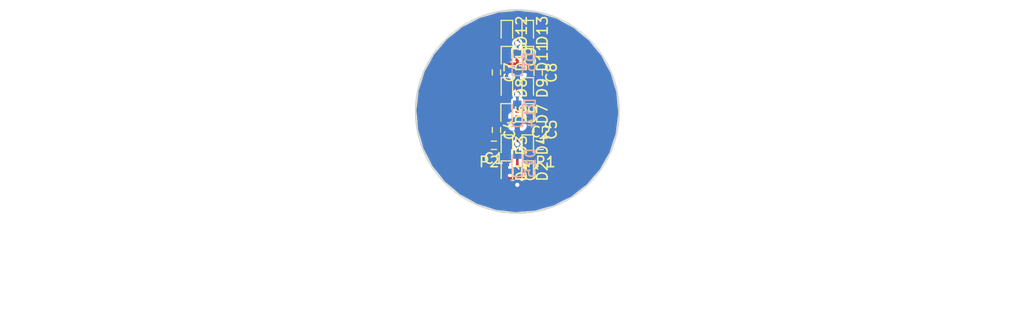
<source format=kicad_pcb>
(kicad_pcb (version 4) (host pcbnew 4.0.4-stable)

  (general
    (links 38)
    (no_connects 0)
    (area 139.4 88.866666 160.500001 110.633333)
    (thickness 1.6)
    (drawings 2)
    (tracks 91)
    (zones 0)
    (modules 26)
    (nets 13)
  )

  (page A4)
  (layers
    (0 F.Cu signal)
    (31 B.Cu signal)
    (32 B.Adhes user)
    (33 F.Adhes user)
    (34 B.Paste user)
    (35 F.Paste user)
    (36 B.SilkS user)
    (37 F.SilkS user)
    (38 B.Mask user)
    (39 F.Mask user)
    (40 Dwgs.User user)
    (41 Cmts.User user)
    (42 Eco1.User user)
    (43 Eco2.User user)
    (44 Edge.Cuts user)
    (45 Margin user)
    (46 B.CrtYd user)
    (47 F.CrtYd user)
    (48 B.Fab user)
    (49 F.Fab user)
  )

  (setup
    (last_trace_width 0.25)
    (trace_clearance 0.2)
    (zone_clearance 0)
    (zone_45_only no)
    (trace_min 0.2)
    (segment_width 0.2)
    (edge_width 0.15)
    (via_size 0.6)
    (via_drill 0.4)
    (via_min_size 0.4)
    (via_min_drill 0.3)
    (uvia_size 0.3)
    (uvia_drill 0.1)
    (uvias_allowed no)
    (uvia_min_size 0.2)
    (uvia_min_drill 0.1)
    (pcb_text_width 0.3)
    (pcb_text_size 1.5 1.5)
    (mod_edge_width 0.15)
    (mod_text_size 1 1)
    (mod_text_width 0.15)
    (pad_size 1.524 1.524)
    (pad_drill 0.762)
    (pad_to_mask_clearance 0.2)
    (aux_axis_origin 0 0)
    (visible_elements FFFFFF1F)
    (pcbplotparams
      (layerselection 0x01080_80000001)
      (usegerberextensions false)
      (excludeedgelayer true)
      (linewidth 0.100000)
      (plotframeref false)
      (viasonmask false)
      (mode 1)
      (useauxorigin false)
      (hpglpennumber 1)
      (hpglpenspeed 20)
      (hpglpendiameter 15)
      (hpglpenoverlay 2)
      (psnegative false)
      (psa4output false)
      (plotreference true)
      (plotvalue true)
      (plotinvisibletext false)
      (padsonsilk false)
      (subtractmaskfromsilk false)
      (outputformat 1)
      (mirror false)
      (drillshape 0)
      (scaleselection 1)
      (outputdirectory ConchoOut/))
  )

  (net 0 "")
  (net 1 "Net-(C1-Pad1)")
  (net 2 "Net-(C1-Pad2)")
  (net 3 "Net-(C2-Pad1)")
  (net 4 "Net-(C2-Pad2)")
  (net 5 "Net-(C3-Pad1)")
  (net 6 "Net-(C3-Pad2)")
  (net 7 "Net-(C4-Pad1)")
  (net 8 "Net-(C5-Pad1)")
  (net 9 "Net-(C6-Pad1)")
  (net 10 "Net-(C7-Pad1)")
  (net 11 "Net-(C8-Pad1)")
  (net 12 "Net-(C9-Pad1)")

  (net_class Default "This is the default net class."
    (clearance 0.2)
    (trace_width 0.25)
    (via_dia 0.6)
    (via_drill 0.4)
    (uvia_dia 0.3)
    (uvia_drill 0.1)
    (add_net "Net-(C1-Pad1)")
    (add_net "Net-(C1-Pad2)")
    (add_net "Net-(C2-Pad1)")
    (add_net "Net-(C2-Pad2)")
    (add_net "Net-(C3-Pad1)")
    (add_net "Net-(C3-Pad2)")
    (add_net "Net-(C4-Pad1)")
    (add_net "Net-(C5-Pad1)")
    (add_net "Net-(C6-Pad1)")
    (add_net "Net-(C7-Pad1)")
    (add_net "Net-(C8-Pad1)")
    (add_net "Net-(C9-Pad1)")
  )

  (module Capacitors_SMD:C_0201 (layer F.Cu) (tedit 58AA83DF) (tstamp 5C20F6F0)
    (at 151.95 102.9)
    (descr "Capacitor SMD 0201, reflow soldering, AVX (see smccp.pdf)")
    (tags "capacitor 0201")
    (path /5C20E624)
    (attr smd)
    (fp_text reference C2 (at 0 -1.27) (layer F.SilkS)
      (effects (font (size 1 1) (thickness 0.15)))
    )
    (fp_text value 10pF (at 0 1.27) (layer F.Fab)
      (effects (font (size 1 1) (thickness 0.15)))
    )
    (fp_text user %R (at 0 -1.27) (layer F.Fab)
      (effects (font (size 1 1) (thickness 0.15)))
    )
    (fp_line (start -0.3 0.15) (end -0.3 -0.15) (layer F.Fab) (width 0.1))
    (fp_line (start 0.3 0.15) (end -0.3 0.15) (layer F.Fab) (width 0.1))
    (fp_line (start 0.3 -0.15) (end 0.3 0.15) (layer F.Fab) (width 0.1))
    (fp_line (start -0.3 -0.15) (end 0.3 -0.15) (layer F.Fab) (width 0.1))
    (fp_line (start 0.25 0.4) (end -0.25 0.4) (layer F.SilkS) (width 0.12))
    (fp_line (start -0.25 -0.4) (end 0.25 -0.4) (layer F.SilkS) (width 0.12))
    (fp_line (start -0.58 -0.33) (end 0.58 -0.33) (layer F.CrtYd) (width 0.05))
    (fp_line (start -0.58 -0.33) (end -0.58 0.32) (layer F.CrtYd) (width 0.05))
    (fp_line (start 0.58 0.32) (end 0.58 -0.33) (layer F.CrtYd) (width 0.05))
    (fp_line (start 0.58 0.32) (end -0.58 0.32) (layer F.CrtYd) (width 0.05))
    (pad 1 smd rect (at -0.28 0) (size 0.3 0.35) (layers F.Cu F.Paste F.Mask)
      (net 3 "Net-(C2-Pad1)"))
    (pad 2 smd rect (at 0.28 0) (size 0.3 0.35) (layers F.Cu F.Paste F.Mask)
      (net 4 "Net-(C2-Pad2)"))
    (model Capacitors_SMD.3dshapes/C_0201.wrl
      (at (xyz 0 0 0))
      (scale (xyz 1 1 1))
      (rotate (xyz 0 0 0))
    )
  )

  (module Capacitors_SMD:C_0201 (layer F.Cu) (tedit 58AA83DF) (tstamp 5C20F6EA)
    (at 147.45 102.9 180)
    (descr "Capacitor SMD 0201, reflow soldering, AVX (see smccp.pdf)")
    (tags "capacitor 0201")
    (path /5C20E3AF)
    (attr smd)
    (fp_text reference C1 (at 0 -1.27 180) (layer F.SilkS)
      (effects (font (size 1 1) (thickness 0.15)))
    )
    (fp_text value 10pF (at 0 1.27 180) (layer F.Fab)
      (effects (font (size 1 1) (thickness 0.15)))
    )
    (fp_text user %R (at 0 -1.27 180) (layer F.Fab)
      (effects (font (size 1 1) (thickness 0.15)))
    )
    (fp_line (start -0.3 0.15) (end -0.3 -0.15) (layer F.Fab) (width 0.1))
    (fp_line (start 0.3 0.15) (end -0.3 0.15) (layer F.Fab) (width 0.1))
    (fp_line (start 0.3 -0.15) (end 0.3 0.15) (layer F.Fab) (width 0.1))
    (fp_line (start -0.3 -0.15) (end 0.3 -0.15) (layer F.Fab) (width 0.1))
    (fp_line (start 0.25 0.4) (end -0.25 0.4) (layer F.SilkS) (width 0.12))
    (fp_line (start -0.25 -0.4) (end 0.25 -0.4) (layer F.SilkS) (width 0.12))
    (fp_line (start -0.58 -0.33) (end 0.58 -0.33) (layer F.CrtYd) (width 0.05))
    (fp_line (start -0.58 -0.33) (end -0.58 0.32) (layer F.CrtYd) (width 0.05))
    (fp_line (start 0.58 0.32) (end 0.58 -0.33) (layer F.CrtYd) (width 0.05))
    (fp_line (start 0.58 0.32) (end -0.58 0.32) (layer F.CrtYd) (width 0.05))
    (pad 1 smd rect (at -0.28 0 180) (size 0.3 0.35) (layers F.Cu F.Paste F.Mask)
      (net 1 "Net-(C1-Pad1)"))
    (pad 2 smd rect (at 0.28 0 180) (size 0.3 0.35) (layers F.Cu F.Paste F.Mask)
      (net 2 "Net-(C1-Pad2)"))
    (model Capacitors_SMD.3dshapes/C_0201.wrl
      (at (xyz 0 0 0))
      (scale (xyz 1 1 1))
      (rotate (xyz 0 0 0))
    )
  )

  (module Capacitors_SMD:C_0201 (layer F.Cu) (tedit 58AA83DF) (tstamp 5C20F6F6)
    (at 149.7 105.4 270)
    (descr "Capacitor SMD 0201, reflow soldering, AVX (see smccp.pdf)")
    (tags "capacitor 0201")
    (path /5C20EA1C)
    (attr smd)
    (fp_text reference C3 (at 0 -1.27 270) (layer F.SilkS)
      (effects (font (size 1 1) (thickness 0.15)))
    )
    (fp_text value 10pF (at 0 1.27 270) (layer F.Fab)
      (effects (font (size 1 1) (thickness 0.15)))
    )
    (fp_text user %R (at 0 -1.27 270) (layer F.Fab)
      (effects (font (size 1 1) (thickness 0.15)))
    )
    (fp_line (start -0.3 0.15) (end -0.3 -0.15) (layer F.Fab) (width 0.1))
    (fp_line (start 0.3 0.15) (end -0.3 0.15) (layer F.Fab) (width 0.1))
    (fp_line (start 0.3 -0.15) (end 0.3 0.15) (layer F.Fab) (width 0.1))
    (fp_line (start -0.3 -0.15) (end 0.3 -0.15) (layer F.Fab) (width 0.1))
    (fp_line (start 0.25 0.4) (end -0.25 0.4) (layer F.SilkS) (width 0.12))
    (fp_line (start -0.25 -0.4) (end 0.25 -0.4) (layer F.SilkS) (width 0.12))
    (fp_line (start -0.58 -0.33) (end 0.58 -0.33) (layer F.CrtYd) (width 0.05))
    (fp_line (start -0.58 -0.33) (end -0.58 0.32) (layer F.CrtYd) (width 0.05))
    (fp_line (start 0.58 0.32) (end 0.58 -0.33) (layer F.CrtYd) (width 0.05))
    (fp_line (start 0.58 0.32) (end -0.58 0.32) (layer F.CrtYd) (width 0.05))
    (pad 1 smd rect (at -0.28 0 270) (size 0.3 0.35) (layers F.Cu F.Paste F.Mask)
      (net 5 "Net-(C3-Pad1)"))
    (pad 2 smd rect (at 0.28 0 270) (size 0.3 0.35) (layers F.Cu F.Paste F.Mask)
      (net 6 "Net-(C3-Pad2)"))
    (model Capacitors_SMD.3dshapes/C_0201.wrl
      (at (xyz 0 0 0))
      (scale (xyz 1 1 1))
      (rotate (xyz 0 0 0))
    )
  )

  (module Capacitors_SMD:C_0201 (layer F.Cu) (tedit 58AA83DF) (tstamp 5C20F6FC)
    (at 147.7 101.43 270)
    (descr "Capacitor SMD 0201, reflow soldering, AVX (see smccp.pdf)")
    (tags "capacitor 0201")
    (path /5C2113AF)
    (attr smd)
    (fp_text reference C4 (at 0 -1.27 270) (layer F.SilkS)
      (effects (font (size 1 1) (thickness 0.15)))
    )
    (fp_text value 10pF (at 0 1.27 270) (layer F.Fab)
      (effects (font (size 1 1) (thickness 0.15)))
    )
    (fp_text user %R (at 0 -1.27 270) (layer F.Fab)
      (effects (font (size 1 1) (thickness 0.15)))
    )
    (fp_line (start -0.3 0.15) (end -0.3 -0.15) (layer F.Fab) (width 0.1))
    (fp_line (start 0.3 0.15) (end -0.3 0.15) (layer F.Fab) (width 0.1))
    (fp_line (start 0.3 -0.15) (end 0.3 0.15) (layer F.Fab) (width 0.1))
    (fp_line (start -0.3 -0.15) (end 0.3 -0.15) (layer F.Fab) (width 0.1))
    (fp_line (start 0.25 0.4) (end -0.25 0.4) (layer F.SilkS) (width 0.12))
    (fp_line (start -0.25 -0.4) (end 0.25 -0.4) (layer F.SilkS) (width 0.12))
    (fp_line (start -0.58 -0.33) (end 0.58 -0.33) (layer F.CrtYd) (width 0.05))
    (fp_line (start -0.58 -0.33) (end -0.58 0.32) (layer F.CrtYd) (width 0.05))
    (fp_line (start 0.58 0.32) (end 0.58 -0.33) (layer F.CrtYd) (width 0.05))
    (fp_line (start 0.58 0.32) (end -0.58 0.32) (layer F.CrtYd) (width 0.05))
    (pad 1 smd rect (at -0.28 0 270) (size 0.3 0.35) (layers F.Cu F.Paste F.Mask)
      (net 7 "Net-(C4-Pad1)"))
    (pad 2 smd rect (at 0.28 0 270) (size 0.3 0.35) (layers F.Cu F.Paste F.Mask)
      (net 1 "Net-(C1-Pad1)"))
    (model Capacitors_SMD.3dshapes/C_0201.wrl
      (at (xyz 0 0 0))
      (scale (xyz 1 1 1))
      (rotate (xyz 0 0 0))
    )
  )

  (module Capacitors_SMD:C_0201 (layer F.Cu) (tedit 58AA83DF) (tstamp 5C20F702)
    (at 151.7 101.4 270)
    (descr "Capacitor SMD 0201, reflow soldering, AVX (see smccp.pdf)")
    (tags "capacitor 0201")
    (path /5C2114C8)
    (attr smd)
    (fp_text reference C5 (at 0 -1.27 270) (layer F.SilkS)
      (effects (font (size 1 1) (thickness 0.15)))
    )
    (fp_text value 10pF (at 0 1.27 270) (layer F.Fab)
      (effects (font (size 1 1) (thickness 0.15)))
    )
    (fp_text user %R (at 0 -1.27 270) (layer F.Fab)
      (effects (font (size 1 1) (thickness 0.15)))
    )
    (fp_line (start -0.3 0.15) (end -0.3 -0.15) (layer F.Fab) (width 0.1))
    (fp_line (start 0.3 0.15) (end -0.3 0.15) (layer F.Fab) (width 0.1))
    (fp_line (start 0.3 -0.15) (end 0.3 0.15) (layer F.Fab) (width 0.1))
    (fp_line (start -0.3 -0.15) (end 0.3 -0.15) (layer F.Fab) (width 0.1))
    (fp_line (start 0.25 0.4) (end -0.25 0.4) (layer F.SilkS) (width 0.12))
    (fp_line (start -0.25 -0.4) (end 0.25 -0.4) (layer F.SilkS) (width 0.12))
    (fp_line (start -0.58 -0.33) (end 0.58 -0.33) (layer F.CrtYd) (width 0.05))
    (fp_line (start -0.58 -0.33) (end -0.58 0.32) (layer F.CrtYd) (width 0.05))
    (fp_line (start 0.58 0.32) (end 0.58 -0.33) (layer F.CrtYd) (width 0.05))
    (fp_line (start 0.58 0.32) (end -0.58 0.32) (layer F.CrtYd) (width 0.05))
    (pad 1 smd rect (at -0.28 0 270) (size 0.3 0.35) (layers F.Cu F.Paste F.Mask)
      (net 8 "Net-(C5-Pad1)"))
    (pad 2 smd rect (at 0.28 0 270) (size 0.3 0.35) (layers F.Cu F.Paste F.Mask)
      (net 3 "Net-(C2-Pad1)"))
    (model Capacitors_SMD.3dshapes/C_0201.wrl
      (at (xyz 0 0 0))
      (scale (xyz 1 1 1))
      (rotate (xyz 0 0 0))
    )
  )

  (module Capacitors_SMD:C_0201 (layer F.Cu) (tedit 58AA83DF) (tstamp 5C20F708)
    (at 149.7 99.9 270)
    (descr "Capacitor SMD 0201, reflow soldering, AVX (see smccp.pdf)")
    (tags "capacitor 0201")
    (path /5C20F4FA)
    (attr smd)
    (fp_text reference C6 (at 0 -1.27 270) (layer F.SilkS)
      (effects (font (size 1 1) (thickness 0.15)))
    )
    (fp_text value 10pF (at 0 1.27 270) (layer F.Fab)
      (effects (font (size 1 1) (thickness 0.15)))
    )
    (fp_text user %R (at 0 -1.27 270) (layer F.Fab)
      (effects (font (size 1 1) (thickness 0.15)))
    )
    (fp_line (start -0.3 0.15) (end -0.3 -0.15) (layer F.Fab) (width 0.1))
    (fp_line (start 0.3 0.15) (end -0.3 0.15) (layer F.Fab) (width 0.1))
    (fp_line (start 0.3 -0.15) (end 0.3 0.15) (layer F.Fab) (width 0.1))
    (fp_line (start -0.3 -0.15) (end 0.3 -0.15) (layer F.Fab) (width 0.1))
    (fp_line (start 0.25 0.4) (end -0.25 0.4) (layer F.SilkS) (width 0.12))
    (fp_line (start -0.25 -0.4) (end 0.25 -0.4) (layer F.SilkS) (width 0.12))
    (fp_line (start -0.58 -0.33) (end 0.58 -0.33) (layer F.CrtYd) (width 0.05))
    (fp_line (start -0.58 -0.33) (end -0.58 0.32) (layer F.CrtYd) (width 0.05))
    (fp_line (start 0.58 0.32) (end 0.58 -0.33) (layer F.CrtYd) (width 0.05))
    (fp_line (start 0.58 0.32) (end -0.58 0.32) (layer F.CrtYd) (width 0.05))
    (pad 1 smd rect (at -0.28 0 270) (size 0.3 0.35) (layers F.Cu F.Paste F.Mask)
      (net 9 "Net-(C6-Pad1)"))
    (pad 2 smd rect (at 0.28 0 270) (size 0.3 0.35) (layers F.Cu F.Paste F.Mask)
      (net 5 "Net-(C3-Pad1)"))
    (model Capacitors_SMD.3dshapes/C_0201.wrl
      (at (xyz 0 0 0))
      (scale (xyz 1 1 1))
      (rotate (xyz 0 0 0))
    )
  )

  (module Capacitors_SMD:C_0201 (layer F.Cu) (tedit 58AA83DF) (tstamp 5C20F70E)
    (at 147.7 95.9 270)
    (descr "Capacitor SMD 0201, reflow soldering, AVX (see smccp.pdf)")
    (tags "capacitor 0201")
    (path /5C211441)
    (attr smd)
    (fp_text reference C7 (at 0 -1.27 270) (layer F.SilkS)
      (effects (font (size 1 1) (thickness 0.15)))
    )
    (fp_text value 10pF (at 0 1.27 270) (layer F.Fab)
      (effects (font (size 1 1) (thickness 0.15)))
    )
    (fp_text user %R (at 0 -1.27 270) (layer F.Fab)
      (effects (font (size 1 1) (thickness 0.15)))
    )
    (fp_line (start -0.3 0.15) (end -0.3 -0.15) (layer F.Fab) (width 0.1))
    (fp_line (start 0.3 0.15) (end -0.3 0.15) (layer F.Fab) (width 0.1))
    (fp_line (start 0.3 -0.15) (end 0.3 0.15) (layer F.Fab) (width 0.1))
    (fp_line (start -0.3 -0.15) (end 0.3 -0.15) (layer F.Fab) (width 0.1))
    (fp_line (start 0.25 0.4) (end -0.25 0.4) (layer F.SilkS) (width 0.12))
    (fp_line (start -0.25 -0.4) (end 0.25 -0.4) (layer F.SilkS) (width 0.12))
    (fp_line (start -0.58 -0.33) (end 0.58 -0.33) (layer F.CrtYd) (width 0.05))
    (fp_line (start -0.58 -0.33) (end -0.58 0.32) (layer F.CrtYd) (width 0.05))
    (fp_line (start 0.58 0.32) (end 0.58 -0.33) (layer F.CrtYd) (width 0.05))
    (fp_line (start 0.58 0.32) (end -0.58 0.32) (layer F.CrtYd) (width 0.05))
    (pad 1 smd rect (at -0.28 0 270) (size 0.3 0.35) (layers F.Cu F.Paste F.Mask)
      (net 10 "Net-(C7-Pad1)"))
    (pad 2 smd rect (at 0.28 0 270) (size 0.3 0.35) (layers F.Cu F.Paste F.Mask)
      (net 7 "Net-(C4-Pad1)"))
    (model Capacitors_SMD.3dshapes/C_0201.wrl
      (at (xyz 0 0 0))
      (scale (xyz 1 1 1))
      (rotate (xyz 0 0 0))
    )
  )

  (module Capacitors_SMD:C_0201 (layer F.Cu) (tedit 58AA83DF) (tstamp 5C20F714)
    (at 151.7 95.93 270)
    (descr "Capacitor SMD 0201, reflow soldering, AVX (see smccp.pdf)")
    (tags "capacitor 0201")
    (path /5C21154C)
    (attr smd)
    (fp_text reference C8 (at 0 -1.27 270) (layer F.SilkS)
      (effects (font (size 1 1) (thickness 0.15)))
    )
    (fp_text value 10pF (at 0 1.27 270) (layer F.Fab)
      (effects (font (size 1 1) (thickness 0.15)))
    )
    (fp_text user %R (at 0 -1.27 270) (layer F.Fab)
      (effects (font (size 1 1) (thickness 0.15)))
    )
    (fp_line (start -0.3 0.15) (end -0.3 -0.15) (layer F.Fab) (width 0.1))
    (fp_line (start 0.3 0.15) (end -0.3 0.15) (layer F.Fab) (width 0.1))
    (fp_line (start 0.3 -0.15) (end 0.3 0.15) (layer F.Fab) (width 0.1))
    (fp_line (start -0.3 -0.15) (end 0.3 -0.15) (layer F.Fab) (width 0.1))
    (fp_line (start 0.25 0.4) (end -0.25 0.4) (layer F.SilkS) (width 0.12))
    (fp_line (start -0.25 -0.4) (end 0.25 -0.4) (layer F.SilkS) (width 0.12))
    (fp_line (start -0.58 -0.33) (end 0.58 -0.33) (layer F.CrtYd) (width 0.05))
    (fp_line (start -0.58 -0.33) (end -0.58 0.32) (layer F.CrtYd) (width 0.05))
    (fp_line (start 0.58 0.32) (end 0.58 -0.33) (layer F.CrtYd) (width 0.05))
    (fp_line (start 0.58 0.32) (end -0.58 0.32) (layer F.CrtYd) (width 0.05))
    (pad 1 smd rect (at -0.28 0 270) (size 0.3 0.35) (layers F.Cu F.Paste F.Mask)
      (net 11 "Net-(C8-Pad1)"))
    (pad 2 smd rect (at 0.28 0 270) (size 0.3 0.35) (layers F.Cu F.Paste F.Mask)
      (net 8 "Net-(C5-Pad1)"))
    (model Capacitors_SMD.3dshapes/C_0201.wrl
      (at (xyz 0 0 0))
      (scale (xyz 1 1 1))
      (rotate (xyz 0 0 0))
    )
  )

  (module Capacitors_SMD:C_0201 (layer F.Cu) (tedit 58AA83DF) (tstamp 5C20F71A)
    (at 149.7 94.4 270)
    (descr "Capacitor SMD 0201, reflow soldering, AVX (see smccp.pdf)")
    (tags "capacitor 0201")
    (path /5C210B79)
    (attr smd)
    (fp_text reference C9 (at 0 -1.27 270) (layer F.SilkS)
      (effects (font (size 1 1) (thickness 0.15)))
    )
    (fp_text value 10pF (at 0 1.27 270) (layer F.Fab)
      (effects (font (size 1 1) (thickness 0.15)))
    )
    (fp_text user %R (at 0 -1.27 270) (layer F.Fab)
      (effects (font (size 1 1) (thickness 0.15)))
    )
    (fp_line (start -0.3 0.15) (end -0.3 -0.15) (layer F.Fab) (width 0.1))
    (fp_line (start 0.3 0.15) (end -0.3 0.15) (layer F.Fab) (width 0.1))
    (fp_line (start 0.3 -0.15) (end 0.3 0.15) (layer F.Fab) (width 0.1))
    (fp_line (start -0.3 -0.15) (end 0.3 -0.15) (layer F.Fab) (width 0.1))
    (fp_line (start 0.25 0.4) (end -0.25 0.4) (layer F.SilkS) (width 0.12))
    (fp_line (start -0.25 -0.4) (end 0.25 -0.4) (layer F.SilkS) (width 0.12))
    (fp_line (start -0.58 -0.33) (end 0.58 -0.33) (layer F.CrtYd) (width 0.05))
    (fp_line (start -0.58 -0.33) (end -0.58 0.32) (layer F.CrtYd) (width 0.05))
    (fp_line (start 0.58 0.32) (end 0.58 -0.33) (layer F.CrtYd) (width 0.05))
    (fp_line (start 0.58 0.32) (end -0.58 0.32) (layer F.CrtYd) (width 0.05))
    (pad 1 smd rect (at -0.28 0 270) (size 0.3 0.35) (layers F.Cu F.Paste F.Mask)
      (net 12 "Net-(C9-Pad1)"))
    (pad 2 smd rect (at 0.28 0 270) (size 0.3 0.35) (layers F.Cu F.Paste F.Mask)
      (net 9 "Net-(C6-Pad1)"))
    (model Capacitors_SMD.3dshapes/C_0201.wrl
      (at (xyz 0 0 0))
      (scale (xyz 1 1 1))
      (rotate (xyz 0 0 0))
    )
  )

  (module custom:D_SC-79 (layer F.Cu) (tedit 5C20F210) (tstamp 5C20F720)
    (at 148.7 105.4 270)
    (descr "JEITA SC-79")
    (tags SC-79)
    (path /5C20E34F)
    (attr smd)
    (fp_text reference D1 (at 0 -1.4 270) (layer F.SilkS)
      (effects (font (size 1 1) (thickness 0.15)))
    )
    (fp_text value BAT63 (at 0 1.5 270) (layer F.Fab)
      (effects (font (size 1 1) (thickness 0.15)))
    )
    (fp_line (start -0.2 0) (end 0.2 -0.225) (layer F.Fab) (width 0.1))
    (fp_line (start -0.2 0) (end -0.475 0) (layer F.Fab) (width 0.1))
    (fp_line (start 0.2 0.225) (end -0.2 0) (layer F.Fab) (width 0.1))
    (fp_line (start 0.2 -0.225) (end 0.2 0.225) (layer F.Fab) (width 0.1))
    (fp_line (start -0.2 -0.275) (end -0.2 0.275) (layer F.Fab) (width 0.1))
    (fp_line (start 0.2 0) (end 0.45 0) (layer F.Fab) (width 0.1))
    (fp_line (start -1 0.55) (end 0.7 0.55) (layer F.SilkS) (width 0.12))
    (fp_line (start -1 -0.55) (end -1 0.55) (layer F.SilkS) (width 0.12))
    (fp_line (start 0.7 -0.55) (end -1 -0.55) (layer F.SilkS) (width 0.12))
    (fp_line (start -1.15 0.65) (end -1.15 -0.7) (layer F.CrtYd) (width 0.05))
    (fp_line (start 1.15 0.7) (end -1.1 0.7) (layer F.CrtYd) (width 0.05))
    (fp_line (start 1.15 -0.65) (end 1.15 0.7) (layer F.CrtYd) (width 0.05))
    (fp_line (start -1.15 -0.7) (end 1.1 -0.7) (layer F.CrtYd) (width 0.05))
    (fp_line (start 1.15 -0.7) (end 1.15 -0.65) (layer F.CrtYd) (width 0.05))
    (fp_line (start 1.1 -0.7) (end 1.15 -0.7) (layer F.CrtYd) (width 0.05))
    (fp_line (start -1.15 0.7) (end -1.1 0.7) (layer F.CrtYd) (width 0.05))
    (fp_line (start -1.15 0.65) (end -1.15 0.7) (layer F.CrtYd) (width 0.05))
    (fp_text user %R (at 0 -1.4 270) (layer F.Fab)
      (effects (font (size 1 1) (thickness 0.15)))
    )
    (pad 2 smd rect (at 0.675 0 270) (size 0.35 0.35) (layers F.Cu F.Paste F.Mask)
      (net 6 "Net-(C3-Pad2)"))
    (pad 1 smd rect (at -0.675 -0.025 270) (size 0.35 0.35) (layers F.Cu F.Paste F.Mask)
      (net 1 "Net-(C1-Pad1)"))
    (model ${KISYS3DMOD}/Diodes_SMD.3dshapes/D_SC-80.wrl
      (at (xyz 0 0 0))
      (scale (xyz 1 1 1))
      (rotate (xyz 0 0 0))
    )
    (model /home/dev/.config/kicad/Diodes_SMD.3dshapes/D_SC-80.wrl
      (at (xyz 0 0 0))
      (scale (xyz 1 1 1))
      (rotate (xyz 0 0 0))
    )
  )

  (module custom:D_SC-79 (layer F.Cu) (tedit 5C20F210) (tstamp 5C20F726)
    (at 150.7 105.4 270)
    (descr "JEITA SC-79")
    (tags SC-79)
    (path /5C20E7A1)
    (attr smd)
    (fp_text reference D2 (at 0 -1.4 270) (layer F.SilkS)
      (effects (font (size 1 1) (thickness 0.15)))
    )
    (fp_text value BAT63 (at 0 1.5 270) (layer F.Fab)
      (effects (font (size 1 1) (thickness 0.15)))
    )
    (fp_line (start -0.2 0) (end 0.2 -0.225) (layer F.Fab) (width 0.1))
    (fp_line (start -0.2 0) (end -0.475 0) (layer F.Fab) (width 0.1))
    (fp_line (start 0.2 0.225) (end -0.2 0) (layer F.Fab) (width 0.1))
    (fp_line (start 0.2 -0.225) (end 0.2 0.225) (layer F.Fab) (width 0.1))
    (fp_line (start -0.2 -0.275) (end -0.2 0.275) (layer F.Fab) (width 0.1))
    (fp_line (start 0.2 0) (end 0.45 0) (layer F.Fab) (width 0.1))
    (fp_line (start -1 0.55) (end 0.7 0.55) (layer F.SilkS) (width 0.12))
    (fp_line (start -1 -0.55) (end -1 0.55) (layer F.SilkS) (width 0.12))
    (fp_line (start 0.7 -0.55) (end -1 -0.55) (layer F.SilkS) (width 0.12))
    (fp_line (start -1.15 0.65) (end -1.15 -0.7) (layer F.CrtYd) (width 0.05))
    (fp_line (start 1.15 0.7) (end -1.1 0.7) (layer F.CrtYd) (width 0.05))
    (fp_line (start 1.15 -0.65) (end 1.15 0.7) (layer F.CrtYd) (width 0.05))
    (fp_line (start -1.15 -0.7) (end 1.1 -0.7) (layer F.CrtYd) (width 0.05))
    (fp_line (start 1.15 -0.7) (end 1.15 -0.65) (layer F.CrtYd) (width 0.05))
    (fp_line (start 1.1 -0.7) (end 1.15 -0.7) (layer F.CrtYd) (width 0.05))
    (fp_line (start -1.15 0.7) (end -1.1 0.7) (layer F.CrtYd) (width 0.05))
    (fp_line (start -1.15 0.65) (end -1.15 0.7) (layer F.CrtYd) (width 0.05))
    (fp_text user %R (at 0 -1.4 270) (layer F.Fab)
      (effects (font (size 1 1) (thickness 0.15)))
    )
    (pad 2 smd rect (at 0.675 0 270) (size 0.35 0.35) (layers F.Cu F.Paste F.Mask)
      (net 6 "Net-(C3-Pad2)"))
    (pad 1 smd rect (at -0.675 -0.025 270) (size 0.35 0.35) (layers F.Cu F.Paste F.Mask)
      (net 3 "Net-(C2-Pad1)"))
    (model ${KISYS3DMOD}/Diodes_SMD.3dshapes/D_SC-80.wrl
      (at (xyz 0 0 0))
      (scale (xyz 1 1 1))
      (rotate (xyz 0 0 0))
    )
    (model /home/dev/.config/kicad/Diodes_SMD.3dshapes/D_SC-80.wrl
      (at (xyz 0 0 0))
      (scale (xyz 1 1 1))
      (rotate (xyz 0 0 0))
    )
  )

  (module custom:D_SC-79 (layer F.Cu) (tedit 5C20F210) (tstamp 5C20F72C)
    (at 148.7 102.9 270)
    (descr "JEITA SC-79")
    (tags SC-79)
    (path /5C20E91B)
    (attr smd)
    (fp_text reference D3 (at 0 -1.4 270) (layer F.SilkS)
      (effects (font (size 1 1) (thickness 0.15)))
    )
    (fp_text value BAT63 (at 0 1.5 270) (layer F.Fab)
      (effects (font (size 1 1) (thickness 0.15)))
    )
    (fp_line (start -0.2 0) (end 0.2 -0.225) (layer F.Fab) (width 0.1))
    (fp_line (start -0.2 0) (end -0.475 0) (layer F.Fab) (width 0.1))
    (fp_line (start 0.2 0.225) (end -0.2 0) (layer F.Fab) (width 0.1))
    (fp_line (start 0.2 -0.225) (end 0.2 0.225) (layer F.Fab) (width 0.1))
    (fp_line (start -0.2 -0.275) (end -0.2 0.275) (layer F.Fab) (width 0.1))
    (fp_line (start 0.2 0) (end 0.45 0) (layer F.Fab) (width 0.1))
    (fp_line (start -1 0.55) (end 0.7 0.55) (layer F.SilkS) (width 0.12))
    (fp_line (start -1 -0.55) (end -1 0.55) (layer F.SilkS) (width 0.12))
    (fp_line (start 0.7 -0.55) (end -1 -0.55) (layer F.SilkS) (width 0.12))
    (fp_line (start -1.15 0.65) (end -1.15 -0.7) (layer F.CrtYd) (width 0.05))
    (fp_line (start 1.15 0.7) (end -1.1 0.7) (layer F.CrtYd) (width 0.05))
    (fp_line (start 1.15 -0.65) (end 1.15 0.7) (layer F.CrtYd) (width 0.05))
    (fp_line (start -1.15 -0.7) (end 1.1 -0.7) (layer F.CrtYd) (width 0.05))
    (fp_line (start 1.15 -0.7) (end 1.15 -0.65) (layer F.CrtYd) (width 0.05))
    (fp_line (start 1.1 -0.7) (end 1.15 -0.7) (layer F.CrtYd) (width 0.05))
    (fp_line (start -1.15 0.7) (end -1.1 0.7) (layer F.CrtYd) (width 0.05))
    (fp_line (start -1.15 0.65) (end -1.15 0.7) (layer F.CrtYd) (width 0.05))
    (fp_text user %R (at 0 -1.4 270) (layer F.Fab)
      (effects (font (size 1 1) (thickness 0.15)))
    )
    (pad 2 smd rect (at 0.675 0 270) (size 0.35 0.35) (layers F.Cu F.Paste F.Mask)
      (net 1 "Net-(C1-Pad1)"))
    (pad 1 smd rect (at -0.675 -0.025 270) (size 0.35 0.35) (layers F.Cu F.Paste F.Mask)
      (net 5 "Net-(C3-Pad1)"))
    (model ${KISYS3DMOD}/Diodes_SMD.3dshapes/D_SC-80.wrl
      (at (xyz 0 0 0))
      (scale (xyz 1 1 1))
      (rotate (xyz 0 0 0))
    )
    (model /home/dev/.config/kicad/Diodes_SMD.3dshapes/D_SC-80.wrl
      (at (xyz 0 0 0))
      (scale (xyz 1 1 1))
      (rotate (xyz 0 0 0))
    )
  )

  (module custom:D_SC-79 (layer F.Cu) (tedit 5C20F210) (tstamp 5C20F732)
    (at 150.7 102.9 270)
    (descr "JEITA SC-79")
    (tags SC-79)
    (path /5C20E952)
    (attr smd)
    (fp_text reference D4 (at 0 -1.4 270) (layer F.SilkS)
      (effects (font (size 1 1) (thickness 0.15)))
    )
    (fp_text value BAT63 (at 0 1.5 270) (layer F.Fab)
      (effects (font (size 1 1) (thickness 0.15)))
    )
    (fp_line (start -0.2 0) (end 0.2 -0.225) (layer F.Fab) (width 0.1))
    (fp_line (start -0.2 0) (end -0.475 0) (layer F.Fab) (width 0.1))
    (fp_line (start 0.2 0.225) (end -0.2 0) (layer F.Fab) (width 0.1))
    (fp_line (start 0.2 -0.225) (end 0.2 0.225) (layer F.Fab) (width 0.1))
    (fp_line (start -0.2 -0.275) (end -0.2 0.275) (layer F.Fab) (width 0.1))
    (fp_line (start 0.2 0) (end 0.45 0) (layer F.Fab) (width 0.1))
    (fp_line (start -1 0.55) (end 0.7 0.55) (layer F.SilkS) (width 0.12))
    (fp_line (start -1 -0.55) (end -1 0.55) (layer F.SilkS) (width 0.12))
    (fp_line (start 0.7 -0.55) (end -1 -0.55) (layer F.SilkS) (width 0.12))
    (fp_line (start -1.15 0.65) (end -1.15 -0.7) (layer F.CrtYd) (width 0.05))
    (fp_line (start 1.15 0.7) (end -1.1 0.7) (layer F.CrtYd) (width 0.05))
    (fp_line (start 1.15 -0.65) (end 1.15 0.7) (layer F.CrtYd) (width 0.05))
    (fp_line (start -1.15 -0.7) (end 1.1 -0.7) (layer F.CrtYd) (width 0.05))
    (fp_line (start 1.15 -0.7) (end 1.15 -0.65) (layer F.CrtYd) (width 0.05))
    (fp_line (start 1.1 -0.7) (end 1.15 -0.7) (layer F.CrtYd) (width 0.05))
    (fp_line (start -1.15 0.7) (end -1.1 0.7) (layer F.CrtYd) (width 0.05))
    (fp_line (start -1.15 0.65) (end -1.15 0.7) (layer F.CrtYd) (width 0.05))
    (fp_text user %R (at 0 -1.4 270) (layer F.Fab)
      (effects (font (size 1 1) (thickness 0.15)))
    )
    (pad 2 smd rect (at 0.675 0 270) (size 0.35 0.35) (layers F.Cu F.Paste F.Mask)
      (net 3 "Net-(C2-Pad1)"))
    (pad 1 smd rect (at -0.675 -0.025 270) (size 0.35 0.35) (layers F.Cu F.Paste F.Mask)
      (net 5 "Net-(C3-Pad1)"))
    (model ${KISYS3DMOD}/Diodes_SMD.3dshapes/D_SC-80.wrl
      (at (xyz 0 0 0))
      (scale (xyz 1 1 1))
      (rotate (xyz 0 0 0))
    )
    (model /home/dev/.config/kicad/Diodes_SMD.3dshapes/D_SC-80.wrl
      (at (xyz 0 0 0))
      (scale (xyz 1 1 1))
      (rotate (xyz 0 0 0))
    )
  )

  (module LEDs:LED_0603 (layer B.Cu) (tedit 57FE93A5) (tstamp 5C20F738)
    (at 149.7 94.9 90)
    (descr "LED 0603 smd package")
    (tags "LED led 0603 SMD smd SMT smt smdled SMDLED smtled SMTLED")
    (path /5C2124D4)
    (attr smd)
    (fp_text reference D5 (at 0 1.25 90) (layer B.SilkS)
      (effects (font (size 1 1) (thickness 0.15)) (justify mirror))
    )
    (fp_text value APG1608SURKC (at 0 -1.35 90) (layer B.Fab)
      (effects (font (size 1 1) (thickness 0.15)) (justify mirror))
    )
    (fp_line (start -1.3 0.5) (end -1.3 -0.5) (layer B.SilkS) (width 0.12))
    (fp_line (start -0.2 0.2) (end -0.2 -0.2) (layer B.Fab) (width 0.1))
    (fp_line (start -0.15 0) (end 0.15 0.2) (layer B.Fab) (width 0.1))
    (fp_line (start 0.15 -0.2) (end -0.15 0) (layer B.Fab) (width 0.1))
    (fp_line (start 0.15 0.2) (end 0.15 -0.2) (layer B.Fab) (width 0.1))
    (fp_line (start 0.8 -0.4) (end -0.8 -0.4) (layer B.Fab) (width 0.1))
    (fp_line (start 0.8 0.4) (end 0.8 -0.4) (layer B.Fab) (width 0.1))
    (fp_line (start -0.8 0.4) (end 0.8 0.4) (layer B.Fab) (width 0.1))
    (fp_line (start -0.8 -0.4) (end -0.8 0.4) (layer B.Fab) (width 0.1))
    (fp_line (start -1.3 -0.5) (end 0.8 -0.5) (layer B.SilkS) (width 0.12))
    (fp_line (start -1.3 0.5) (end 0.8 0.5) (layer B.SilkS) (width 0.12))
    (fp_line (start 1.45 0.65) (end 1.45 -0.65) (layer B.CrtYd) (width 0.05))
    (fp_line (start 1.45 -0.65) (end -1.45 -0.65) (layer B.CrtYd) (width 0.05))
    (fp_line (start -1.45 -0.65) (end -1.45 0.65) (layer B.CrtYd) (width 0.05))
    (fp_line (start -1.45 0.65) (end 1.45 0.65) (layer B.CrtYd) (width 0.05))
    (pad 2 smd rect (at 0.8 0 270) (size 0.8 0.8) (layers B.Cu B.Paste B.Mask)
      (net 12 "Net-(C9-Pad1)"))
    (pad 1 smd rect (at -0.8 0 270) (size 0.8 0.8) (layers B.Cu B.Paste B.Mask)
      (net 6 "Net-(C3-Pad2)"))
    (model ${KISYS3DMOD}/LEDs.3dshapes/LED_0603.wrl
      (at (xyz 0 0 0))
      (scale (xyz 1 1 1))
      (rotate (xyz 0 0 180))
    )
  )

  (module custom:D_SC-79 (layer F.Cu) (tedit 5C20F210) (tstamp 5C20F73E)
    (at 148.675 99.9 270)
    (descr "JEITA SC-79")
    (tags SC-79)
    (path /5C20F4E2)
    (attr smd)
    (fp_text reference D6 (at 0 -1.4 270) (layer F.SilkS)
      (effects (font (size 1 1) (thickness 0.15)))
    )
    (fp_text value BAT63 (at 0 1.5 270) (layer F.Fab)
      (effects (font (size 1 1) (thickness 0.15)))
    )
    (fp_line (start -0.2 0) (end 0.2 -0.225) (layer F.Fab) (width 0.1))
    (fp_line (start -0.2 0) (end -0.475 0) (layer F.Fab) (width 0.1))
    (fp_line (start 0.2 0.225) (end -0.2 0) (layer F.Fab) (width 0.1))
    (fp_line (start 0.2 -0.225) (end 0.2 0.225) (layer F.Fab) (width 0.1))
    (fp_line (start -0.2 -0.275) (end -0.2 0.275) (layer F.Fab) (width 0.1))
    (fp_line (start 0.2 0) (end 0.45 0) (layer F.Fab) (width 0.1))
    (fp_line (start -1 0.55) (end 0.7 0.55) (layer F.SilkS) (width 0.12))
    (fp_line (start -1 -0.55) (end -1 0.55) (layer F.SilkS) (width 0.12))
    (fp_line (start 0.7 -0.55) (end -1 -0.55) (layer F.SilkS) (width 0.12))
    (fp_line (start -1.15 0.65) (end -1.15 -0.7) (layer F.CrtYd) (width 0.05))
    (fp_line (start 1.15 0.7) (end -1.1 0.7) (layer F.CrtYd) (width 0.05))
    (fp_line (start 1.15 -0.65) (end 1.15 0.7) (layer F.CrtYd) (width 0.05))
    (fp_line (start -1.15 -0.7) (end 1.1 -0.7) (layer F.CrtYd) (width 0.05))
    (fp_line (start 1.15 -0.7) (end 1.15 -0.65) (layer F.CrtYd) (width 0.05))
    (fp_line (start 1.1 -0.7) (end 1.15 -0.7) (layer F.CrtYd) (width 0.05))
    (fp_line (start -1.15 0.7) (end -1.1 0.7) (layer F.CrtYd) (width 0.05))
    (fp_line (start -1.15 0.65) (end -1.15 0.7) (layer F.CrtYd) (width 0.05))
    (fp_text user %R (at 0 -1.4 270) (layer F.Fab)
      (effects (font (size 1 1) (thickness 0.15)))
    )
    (pad 2 smd rect (at 0.675 0 270) (size 0.35 0.35) (layers F.Cu F.Paste F.Mask)
      (net 5 "Net-(C3-Pad1)"))
    (pad 1 smd rect (at -0.675 -0.025 270) (size 0.35 0.35) (layers F.Cu F.Paste F.Mask)
      (net 7 "Net-(C4-Pad1)"))
    (model ${KISYS3DMOD}/Diodes_SMD.3dshapes/D_SC-80.wrl
      (at (xyz 0 0 0))
      (scale (xyz 1 1 1))
      (rotate (xyz 0 0 0))
    )
    (model /home/dev/.config/kicad/Diodes_SMD.3dshapes/D_SC-80.wrl
      (at (xyz 0 0 0))
      (scale (xyz 1 1 1))
      (rotate (xyz 0 0 0))
    )
  )

  (module custom:D_SC-79 (layer F.Cu) (tedit 5C20F210) (tstamp 5C20F744)
    (at 150.7 99.9 270)
    (descr "JEITA SC-79")
    (tags SC-79)
    (path /5C20F4E8)
    (attr smd)
    (fp_text reference D7 (at 0 -1.4 270) (layer F.SilkS)
      (effects (font (size 1 1) (thickness 0.15)))
    )
    (fp_text value BAT63 (at 0 1.5 270) (layer F.Fab)
      (effects (font (size 1 1) (thickness 0.15)))
    )
    (fp_line (start -0.2 0) (end 0.2 -0.225) (layer F.Fab) (width 0.1))
    (fp_line (start -0.2 0) (end -0.475 0) (layer F.Fab) (width 0.1))
    (fp_line (start 0.2 0.225) (end -0.2 0) (layer F.Fab) (width 0.1))
    (fp_line (start 0.2 -0.225) (end 0.2 0.225) (layer F.Fab) (width 0.1))
    (fp_line (start -0.2 -0.275) (end -0.2 0.275) (layer F.Fab) (width 0.1))
    (fp_line (start 0.2 0) (end 0.45 0) (layer F.Fab) (width 0.1))
    (fp_line (start -1 0.55) (end 0.7 0.55) (layer F.SilkS) (width 0.12))
    (fp_line (start -1 -0.55) (end -1 0.55) (layer F.SilkS) (width 0.12))
    (fp_line (start 0.7 -0.55) (end -1 -0.55) (layer F.SilkS) (width 0.12))
    (fp_line (start -1.15 0.65) (end -1.15 -0.7) (layer F.CrtYd) (width 0.05))
    (fp_line (start 1.15 0.7) (end -1.1 0.7) (layer F.CrtYd) (width 0.05))
    (fp_line (start 1.15 -0.65) (end 1.15 0.7) (layer F.CrtYd) (width 0.05))
    (fp_line (start -1.15 -0.7) (end 1.1 -0.7) (layer F.CrtYd) (width 0.05))
    (fp_line (start 1.15 -0.7) (end 1.15 -0.65) (layer F.CrtYd) (width 0.05))
    (fp_line (start 1.1 -0.7) (end 1.15 -0.7) (layer F.CrtYd) (width 0.05))
    (fp_line (start -1.15 0.7) (end -1.1 0.7) (layer F.CrtYd) (width 0.05))
    (fp_line (start -1.15 0.65) (end -1.15 0.7) (layer F.CrtYd) (width 0.05))
    (fp_text user %R (at 0 -1.4 270) (layer F.Fab)
      (effects (font (size 1 1) (thickness 0.15)))
    )
    (pad 2 smd rect (at 0.675 0 270) (size 0.35 0.35) (layers F.Cu F.Paste F.Mask)
      (net 5 "Net-(C3-Pad1)"))
    (pad 1 smd rect (at -0.675 -0.025 270) (size 0.35 0.35) (layers F.Cu F.Paste F.Mask)
      (net 8 "Net-(C5-Pad1)"))
    (model ${KISYS3DMOD}/Diodes_SMD.3dshapes/D_SC-80.wrl
      (at (xyz 0 0 0))
      (scale (xyz 1 1 1))
      (rotate (xyz 0 0 0))
    )
    (model /home/dev/.config/kicad/Diodes_SMD.3dshapes/D_SC-80.wrl
      (at (xyz 0 0 0))
      (scale (xyz 1 1 1))
      (rotate (xyz 0 0 0))
    )
  )

  (module custom:D_SC-79 (layer F.Cu) (tedit 5C20F210) (tstamp 5C20F74A)
    (at 148.7 97.4 270)
    (descr "JEITA SC-79")
    (tags SC-79)
    (path /5C20F4EE)
    (attr smd)
    (fp_text reference D8 (at 0 -1.4 270) (layer F.SilkS)
      (effects (font (size 1 1) (thickness 0.15)))
    )
    (fp_text value BAT63 (at 0 1.5 270) (layer F.Fab)
      (effects (font (size 1 1) (thickness 0.15)))
    )
    (fp_line (start -0.2 0) (end 0.2 -0.225) (layer F.Fab) (width 0.1))
    (fp_line (start -0.2 0) (end -0.475 0) (layer F.Fab) (width 0.1))
    (fp_line (start 0.2 0.225) (end -0.2 0) (layer F.Fab) (width 0.1))
    (fp_line (start 0.2 -0.225) (end 0.2 0.225) (layer F.Fab) (width 0.1))
    (fp_line (start -0.2 -0.275) (end -0.2 0.275) (layer F.Fab) (width 0.1))
    (fp_line (start 0.2 0) (end 0.45 0) (layer F.Fab) (width 0.1))
    (fp_line (start -1 0.55) (end 0.7 0.55) (layer F.SilkS) (width 0.12))
    (fp_line (start -1 -0.55) (end -1 0.55) (layer F.SilkS) (width 0.12))
    (fp_line (start 0.7 -0.55) (end -1 -0.55) (layer F.SilkS) (width 0.12))
    (fp_line (start -1.15 0.65) (end -1.15 -0.7) (layer F.CrtYd) (width 0.05))
    (fp_line (start 1.15 0.7) (end -1.1 0.7) (layer F.CrtYd) (width 0.05))
    (fp_line (start 1.15 -0.65) (end 1.15 0.7) (layer F.CrtYd) (width 0.05))
    (fp_line (start -1.15 -0.7) (end 1.1 -0.7) (layer F.CrtYd) (width 0.05))
    (fp_line (start 1.15 -0.7) (end 1.15 -0.65) (layer F.CrtYd) (width 0.05))
    (fp_line (start 1.1 -0.7) (end 1.15 -0.7) (layer F.CrtYd) (width 0.05))
    (fp_line (start -1.15 0.7) (end -1.1 0.7) (layer F.CrtYd) (width 0.05))
    (fp_line (start -1.15 0.65) (end -1.15 0.7) (layer F.CrtYd) (width 0.05))
    (fp_text user %R (at 0 -1.4 270) (layer F.Fab)
      (effects (font (size 1 1) (thickness 0.15)))
    )
    (pad 2 smd rect (at 0.675 0 270) (size 0.35 0.35) (layers F.Cu F.Paste F.Mask)
      (net 7 "Net-(C4-Pad1)"))
    (pad 1 smd rect (at -0.675 -0.025 270) (size 0.35 0.35) (layers F.Cu F.Paste F.Mask)
      (net 9 "Net-(C6-Pad1)"))
    (model ${KISYS3DMOD}/Diodes_SMD.3dshapes/D_SC-80.wrl
      (at (xyz 0 0 0))
      (scale (xyz 1 1 1))
      (rotate (xyz 0 0 0))
    )
    (model /home/dev/.config/kicad/Diodes_SMD.3dshapes/D_SC-80.wrl
      (at (xyz 0 0 0))
      (scale (xyz 1 1 1))
      (rotate (xyz 0 0 0))
    )
  )

  (module custom:D_SC-79 (layer F.Cu) (tedit 5C20F210) (tstamp 5C20F750)
    (at 150.7 97.4 270)
    (descr "JEITA SC-79")
    (tags SC-79)
    (path /5C20F4F4)
    (attr smd)
    (fp_text reference D9 (at 0 -1.4 270) (layer F.SilkS)
      (effects (font (size 1 1) (thickness 0.15)))
    )
    (fp_text value BAT63 (at 0 1.5 270) (layer F.Fab)
      (effects (font (size 1 1) (thickness 0.15)))
    )
    (fp_line (start -0.2 0) (end 0.2 -0.225) (layer F.Fab) (width 0.1))
    (fp_line (start -0.2 0) (end -0.475 0) (layer F.Fab) (width 0.1))
    (fp_line (start 0.2 0.225) (end -0.2 0) (layer F.Fab) (width 0.1))
    (fp_line (start 0.2 -0.225) (end 0.2 0.225) (layer F.Fab) (width 0.1))
    (fp_line (start -0.2 -0.275) (end -0.2 0.275) (layer F.Fab) (width 0.1))
    (fp_line (start 0.2 0) (end 0.45 0) (layer F.Fab) (width 0.1))
    (fp_line (start -1 0.55) (end 0.7 0.55) (layer F.SilkS) (width 0.12))
    (fp_line (start -1 -0.55) (end -1 0.55) (layer F.SilkS) (width 0.12))
    (fp_line (start 0.7 -0.55) (end -1 -0.55) (layer F.SilkS) (width 0.12))
    (fp_line (start -1.15 0.65) (end -1.15 -0.7) (layer F.CrtYd) (width 0.05))
    (fp_line (start 1.15 0.7) (end -1.1 0.7) (layer F.CrtYd) (width 0.05))
    (fp_line (start 1.15 -0.65) (end 1.15 0.7) (layer F.CrtYd) (width 0.05))
    (fp_line (start -1.15 -0.7) (end 1.1 -0.7) (layer F.CrtYd) (width 0.05))
    (fp_line (start 1.15 -0.7) (end 1.15 -0.65) (layer F.CrtYd) (width 0.05))
    (fp_line (start 1.1 -0.7) (end 1.15 -0.7) (layer F.CrtYd) (width 0.05))
    (fp_line (start -1.15 0.7) (end -1.1 0.7) (layer F.CrtYd) (width 0.05))
    (fp_line (start -1.15 0.65) (end -1.15 0.7) (layer F.CrtYd) (width 0.05))
    (fp_text user %R (at 0 -1.4 270) (layer F.Fab)
      (effects (font (size 1 1) (thickness 0.15)))
    )
    (pad 2 smd rect (at 0.675 0 270) (size 0.35 0.35) (layers F.Cu F.Paste F.Mask)
      (net 8 "Net-(C5-Pad1)"))
    (pad 1 smd rect (at -0.675 -0.025 270) (size 0.35 0.35) (layers F.Cu F.Paste F.Mask)
      (net 9 "Net-(C6-Pad1)"))
    (model ${KISYS3DMOD}/Diodes_SMD.3dshapes/D_SC-80.wrl
      (at (xyz 0 0 0))
      (scale (xyz 1 1 1))
      (rotate (xyz 0 0 0))
    )
    (model /home/dev/.config/kicad/Diodes_SMD.3dshapes/D_SC-80.wrl
      (at (xyz 0 0 0))
      (scale (xyz 1 1 1))
      (rotate (xyz 0 0 0))
    )
  )

  (module custom:D_SC-79 (layer F.Cu) (tedit 5C20F210) (tstamp 5C20F756)
    (at 148.7 94.4 270)
    (descr "JEITA SC-79")
    (tags SC-79)
    (path /5C210B61)
    (attr smd)
    (fp_text reference D10 (at 0 -1.4 270) (layer F.SilkS)
      (effects (font (size 1 1) (thickness 0.15)))
    )
    (fp_text value BAT63 (at 0 1.5 270) (layer F.Fab)
      (effects (font (size 1 1) (thickness 0.15)))
    )
    (fp_line (start -0.2 0) (end 0.2 -0.225) (layer F.Fab) (width 0.1))
    (fp_line (start -0.2 0) (end -0.475 0) (layer F.Fab) (width 0.1))
    (fp_line (start 0.2 0.225) (end -0.2 0) (layer F.Fab) (width 0.1))
    (fp_line (start 0.2 -0.225) (end 0.2 0.225) (layer F.Fab) (width 0.1))
    (fp_line (start -0.2 -0.275) (end -0.2 0.275) (layer F.Fab) (width 0.1))
    (fp_line (start 0.2 0) (end 0.45 0) (layer F.Fab) (width 0.1))
    (fp_line (start -1 0.55) (end 0.7 0.55) (layer F.SilkS) (width 0.12))
    (fp_line (start -1 -0.55) (end -1 0.55) (layer F.SilkS) (width 0.12))
    (fp_line (start 0.7 -0.55) (end -1 -0.55) (layer F.SilkS) (width 0.12))
    (fp_line (start -1.15 0.65) (end -1.15 -0.7) (layer F.CrtYd) (width 0.05))
    (fp_line (start 1.15 0.7) (end -1.1 0.7) (layer F.CrtYd) (width 0.05))
    (fp_line (start 1.15 -0.65) (end 1.15 0.7) (layer F.CrtYd) (width 0.05))
    (fp_line (start -1.15 -0.7) (end 1.1 -0.7) (layer F.CrtYd) (width 0.05))
    (fp_line (start 1.15 -0.7) (end 1.15 -0.65) (layer F.CrtYd) (width 0.05))
    (fp_line (start 1.1 -0.7) (end 1.15 -0.7) (layer F.CrtYd) (width 0.05))
    (fp_line (start -1.15 0.7) (end -1.1 0.7) (layer F.CrtYd) (width 0.05))
    (fp_line (start -1.15 0.65) (end -1.15 0.7) (layer F.CrtYd) (width 0.05))
    (fp_text user %R (at 0 -1.4 270) (layer F.Fab)
      (effects (font (size 1 1) (thickness 0.15)))
    )
    (pad 2 smd rect (at 0.675 0 270) (size 0.35 0.35) (layers F.Cu F.Paste F.Mask)
      (net 9 "Net-(C6-Pad1)"))
    (pad 1 smd rect (at -0.675 -0.025 270) (size 0.35 0.35) (layers F.Cu F.Paste F.Mask)
      (net 10 "Net-(C7-Pad1)"))
    (model ${KISYS3DMOD}/Diodes_SMD.3dshapes/D_SC-80.wrl
      (at (xyz 0 0 0))
      (scale (xyz 1 1 1))
      (rotate (xyz 0 0 0))
    )
    (model /home/dev/.config/kicad/Diodes_SMD.3dshapes/D_SC-80.wrl
      (at (xyz 0 0 0))
      (scale (xyz 1 1 1))
      (rotate (xyz 0 0 0))
    )
  )

  (module custom:D_SC-79 (layer F.Cu) (tedit 5C20F210) (tstamp 5C20F75C)
    (at 150.7 94.4 270)
    (descr "JEITA SC-79")
    (tags SC-79)
    (path /5C210B67)
    (attr smd)
    (fp_text reference D11 (at 0 -1.4 270) (layer F.SilkS)
      (effects (font (size 1 1) (thickness 0.15)))
    )
    (fp_text value BAT63 (at 0 1.5 270) (layer F.Fab)
      (effects (font (size 1 1) (thickness 0.15)))
    )
    (fp_line (start -0.2 0) (end 0.2 -0.225) (layer F.Fab) (width 0.1))
    (fp_line (start -0.2 0) (end -0.475 0) (layer F.Fab) (width 0.1))
    (fp_line (start 0.2 0.225) (end -0.2 0) (layer F.Fab) (width 0.1))
    (fp_line (start 0.2 -0.225) (end 0.2 0.225) (layer F.Fab) (width 0.1))
    (fp_line (start -0.2 -0.275) (end -0.2 0.275) (layer F.Fab) (width 0.1))
    (fp_line (start 0.2 0) (end 0.45 0) (layer F.Fab) (width 0.1))
    (fp_line (start -1 0.55) (end 0.7 0.55) (layer F.SilkS) (width 0.12))
    (fp_line (start -1 -0.55) (end -1 0.55) (layer F.SilkS) (width 0.12))
    (fp_line (start 0.7 -0.55) (end -1 -0.55) (layer F.SilkS) (width 0.12))
    (fp_line (start -1.15 0.65) (end -1.15 -0.7) (layer F.CrtYd) (width 0.05))
    (fp_line (start 1.15 0.7) (end -1.1 0.7) (layer F.CrtYd) (width 0.05))
    (fp_line (start 1.15 -0.65) (end 1.15 0.7) (layer F.CrtYd) (width 0.05))
    (fp_line (start -1.15 -0.7) (end 1.1 -0.7) (layer F.CrtYd) (width 0.05))
    (fp_line (start 1.15 -0.7) (end 1.15 -0.65) (layer F.CrtYd) (width 0.05))
    (fp_line (start 1.1 -0.7) (end 1.15 -0.7) (layer F.CrtYd) (width 0.05))
    (fp_line (start -1.15 0.7) (end -1.1 0.7) (layer F.CrtYd) (width 0.05))
    (fp_line (start -1.15 0.65) (end -1.15 0.7) (layer F.CrtYd) (width 0.05))
    (fp_text user %R (at 0 -1.4 270) (layer F.Fab)
      (effects (font (size 1 1) (thickness 0.15)))
    )
    (pad 2 smd rect (at 0.675 0 270) (size 0.35 0.35) (layers F.Cu F.Paste F.Mask)
      (net 9 "Net-(C6-Pad1)"))
    (pad 1 smd rect (at -0.675 -0.025 270) (size 0.35 0.35) (layers F.Cu F.Paste F.Mask)
      (net 11 "Net-(C8-Pad1)"))
    (model ${KISYS3DMOD}/Diodes_SMD.3dshapes/D_SC-80.wrl
      (at (xyz 0 0 0))
      (scale (xyz 1 1 1))
      (rotate (xyz 0 0 0))
    )
    (model /home/dev/.config/kicad/Diodes_SMD.3dshapes/D_SC-80.wrl
      (at (xyz 0 0 0))
      (scale (xyz 1 1 1))
      (rotate (xyz 0 0 0))
    )
  )

  (module custom:D_SC-79 (layer F.Cu) (tedit 5C20F210) (tstamp 5C20F762)
    (at 148.7 91.9 270)
    (descr "JEITA SC-79")
    (tags SC-79)
    (path /5C210B6D)
    (attr smd)
    (fp_text reference D12 (at 0 -1.4 270) (layer F.SilkS)
      (effects (font (size 1 1) (thickness 0.15)))
    )
    (fp_text value BAT63 (at 0 1.5 270) (layer F.Fab)
      (effects (font (size 1 1) (thickness 0.15)))
    )
    (fp_line (start -0.2 0) (end 0.2 -0.225) (layer F.Fab) (width 0.1))
    (fp_line (start -0.2 0) (end -0.475 0) (layer F.Fab) (width 0.1))
    (fp_line (start 0.2 0.225) (end -0.2 0) (layer F.Fab) (width 0.1))
    (fp_line (start 0.2 -0.225) (end 0.2 0.225) (layer F.Fab) (width 0.1))
    (fp_line (start -0.2 -0.275) (end -0.2 0.275) (layer F.Fab) (width 0.1))
    (fp_line (start 0.2 0) (end 0.45 0) (layer F.Fab) (width 0.1))
    (fp_line (start -1 0.55) (end 0.7 0.55) (layer F.SilkS) (width 0.12))
    (fp_line (start -1 -0.55) (end -1 0.55) (layer F.SilkS) (width 0.12))
    (fp_line (start 0.7 -0.55) (end -1 -0.55) (layer F.SilkS) (width 0.12))
    (fp_line (start -1.15 0.65) (end -1.15 -0.7) (layer F.CrtYd) (width 0.05))
    (fp_line (start 1.15 0.7) (end -1.1 0.7) (layer F.CrtYd) (width 0.05))
    (fp_line (start 1.15 -0.65) (end 1.15 0.7) (layer F.CrtYd) (width 0.05))
    (fp_line (start -1.15 -0.7) (end 1.1 -0.7) (layer F.CrtYd) (width 0.05))
    (fp_line (start 1.15 -0.7) (end 1.15 -0.65) (layer F.CrtYd) (width 0.05))
    (fp_line (start 1.1 -0.7) (end 1.15 -0.7) (layer F.CrtYd) (width 0.05))
    (fp_line (start -1.15 0.7) (end -1.1 0.7) (layer F.CrtYd) (width 0.05))
    (fp_line (start -1.15 0.65) (end -1.15 0.7) (layer F.CrtYd) (width 0.05))
    (fp_text user %R (at 0 -1.4 270) (layer F.Fab)
      (effects (font (size 1 1) (thickness 0.15)))
    )
    (pad 2 smd rect (at 0.675 0 270) (size 0.35 0.35) (layers F.Cu F.Paste F.Mask)
      (net 10 "Net-(C7-Pad1)"))
    (pad 1 smd rect (at -0.675 -0.025 270) (size 0.35 0.35) (layers F.Cu F.Paste F.Mask)
      (net 12 "Net-(C9-Pad1)"))
    (model ${KISYS3DMOD}/Diodes_SMD.3dshapes/D_SC-80.wrl
      (at (xyz 0 0 0))
      (scale (xyz 1 1 1))
      (rotate (xyz 0 0 0))
    )
    (model /home/dev/.config/kicad/Diodes_SMD.3dshapes/D_SC-80.wrl
      (at (xyz 0 0 0))
      (scale (xyz 1 1 1))
      (rotate (xyz 0 0 0))
    )
  )

  (module custom:D_SC-79 (layer F.Cu) (tedit 5C20F210) (tstamp 5C20F768)
    (at 150.7 91.9 270)
    (descr "JEITA SC-79")
    (tags SC-79)
    (path /5C210B73)
    (attr smd)
    (fp_text reference D13 (at 0 -1.4 270) (layer F.SilkS)
      (effects (font (size 1 1) (thickness 0.15)))
    )
    (fp_text value BAT63 (at 0 1.5 270) (layer F.Fab)
      (effects (font (size 1 1) (thickness 0.15)))
    )
    (fp_line (start -0.2 0) (end 0.2 -0.225) (layer F.Fab) (width 0.1))
    (fp_line (start -0.2 0) (end -0.475 0) (layer F.Fab) (width 0.1))
    (fp_line (start 0.2 0.225) (end -0.2 0) (layer F.Fab) (width 0.1))
    (fp_line (start 0.2 -0.225) (end 0.2 0.225) (layer F.Fab) (width 0.1))
    (fp_line (start -0.2 -0.275) (end -0.2 0.275) (layer F.Fab) (width 0.1))
    (fp_line (start 0.2 0) (end 0.45 0) (layer F.Fab) (width 0.1))
    (fp_line (start -1 0.55) (end 0.7 0.55) (layer F.SilkS) (width 0.12))
    (fp_line (start -1 -0.55) (end -1 0.55) (layer F.SilkS) (width 0.12))
    (fp_line (start 0.7 -0.55) (end -1 -0.55) (layer F.SilkS) (width 0.12))
    (fp_line (start -1.15 0.65) (end -1.15 -0.7) (layer F.CrtYd) (width 0.05))
    (fp_line (start 1.15 0.7) (end -1.1 0.7) (layer F.CrtYd) (width 0.05))
    (fp_line (start 1.15 -0.65) (end 1.15 0.7) (layer F.CrtYd) (width 0.05))
    (fp_line (start -1.15 -0.7) (end 1.1 -0.7) (layer F.CrtYd) (width 0.05))
    (fp_line (start 1.15 -0.7) (end 1.15 -0.65) (layer F.CrtYd) (width 0.05))
    (fp_line (start 1.1 -0.7) (end 1.15 -0.7) (layer F.CrtYd) (width 0.05))
    (fp_line (start -1.15 0.7) (end -1.1 0.7) (layer F.CrtYd) (width 0.05))
    (fp_line (start -1.15 0.65) (end -1.15 0.7) (layer F.CrtYd) (width 0.05))
    (fp_text user %R (at 0 -1.4 270) (layer F.Fab)
      (effects (font (size 1 1) (thickness 0.15)))
    )
    (pad 2 smd rect (at 0.675 0 270) (size 0.35 0.35) (layers F.Cu F.Paste F.Mask)
      (net 11 "Net-(C8-Pad1)"))
    (pad 1 smd rect (at -0.675 -0.025 270) (size 0.35 0.35) (layers F.Cu F.Paste F.Mask)
      (net 12 "Net-(C9-Pad1)"))
    (model /home/dev/.config/kicad/Diodes_SMD.3dshapes/D_SC-80.wrl
      (at (xyz 0 0 0))
      (scale (xyz 1 1 1))
      (rotate (xyz 0 0 0))
    )
  )

  (module LEDs:LED_0603 (layer B.Cu) (tedit 57FE93A5) (tstamp 5C23FA91)
    (at 149.7 99.8 90)
    (descr "LED 0603 smd package")
    (tags "LED led 0603 SMD smd SMT smt smdled SMDLED smtled SMTLED")
    (path /5C23F90D)
    (attr smd)
    (fp_text reference D14 (at 0 1.25 90) (layer B.SilkS)
      (effects (font (size 1 1) (thickness 0.15)) (justify mirror))
    )
    (fp_text value APG1608SURKC (at 0 -1.35 90) (layer B.Fab)
      (effects (font (size 1 1) (thickness 0.15)) (justify mirror))
    )
    (fp_line (start -1.3 0.5) (end -1.3 -0.5) (layer B.SilkS) (width 0.12))
    (fp_line (start -0.2 0.2) (end -0.2 -0.2) (layer B.Fab) (width 0.1))
    (fp_line (start -0.15 0) (end 0.15 0.2) (layer B.Fab) (width 0.1))
    (fp_line (start 0.15 -0.2) (end -0.15 0) (layer B.Fab) (width 0.1))
    (fp_line (start 0.15 0.2) (end 0.15 -0.2) (layer B.Fab) (width 0.1))
    (fp_line (start 0.8 -0.4) (end -0.8 -0.4) (layer B.Fab) (width 0.1))
    (fp_line (start 0.8 0.4) (end 0.8 -0.4) (layer B.Fab) (width 0.1))
    (fp_line (start -0.8 0.4) (end 0.8 0.4) (layer B.Fab) (width 0.1))
    (fp_line (start -0.8 -0.4) (end -0.8 0.4) (layer B.Fab) (width 0.1))
    (fp_line (start -1.3 -0.5) (end 0.8 -0.5) (layer B.SilkS) (width 0.12))
    (fp_line (start -1.3 0.5) (end 0.8 0.5) (layer B.SilkS) (width 0.12))
    (fp_line (start 1.45 0.65) (end 1.45 -0.65) (layer B.CrtYd) (width 0.05))
    (fp_line (start 1.45 -0.65) (end -1.45 -0.65) (layer B.CrtYd) (width 0.05))
    (fp_line (start -1.45 -0.65) (end -1.45 0.65) (layer B.CrtYd) (width 0.05))
    (fp_line (start -1.45 0.65) (end 1.45 0.65) (layer B.CrtYd) (width 0.05))
    (pad 2 smd rect (at 0.8 0 270) (size 0.8 0.8) (layers B.Cu B.Paste B.Mask)
      (net 9 "Net-(C6-Pad1)"))
    (pad 1 smd rect (at -0.8 0 270) (size 0.8 0.8) (layers B.Cu B.Paste B.Mask)
      (net 6 "Net-(C3-Pad2)"))
    (model ${KISYS3DMOD}/LEDs.3dshapes/LED_0603.wrl
      (at (xyz 0 0 0))
      (scale (xyz 1 1 1))
      (rotate (xyz 0 0 180))
    )
  )

  (module LEDs:LED_0603 (layer B.Cu) (tedit 57FE93A5) (tstamp 5C23FAA6)
    (at 149.7 104.6 90)
    (descr "LED 0603 smd package")
    (tags "LED led 0603 SMD smd SMT smt smdled SMDLED smtled SMTLED")
    (path /5C23FAFB)
    (attr smd)
    (fp_text reference D15 (at 0 1.25 90) (layer B.SilkS)
      (effects (font (size 1 1) (thickness 0.15)) (justify mirror))
    )
    (fp_text value APG1608SURKC (at 0 -1.35 90) (layer B.Fab)
      (effects (font (size 1 1) (thickness 0.15)) (justify mirror))
    )
    (fp_line (start -1.3 0.5) (end -1.3 -0.5) (layer B.SilkS) (width 0.12))
    (fp_line (start -0.2 0.2) (end -0.2 -0.2) (layer B.Fab) (width 0.1))
    (fp_line (start -0.15 0) (end 0.15 0.2) (layer B.Fab) (width 0.1))
    (fp_line (start 0.15 -0.2) (end -0.15 0) (layer B.Fab) (width 0.1))
    (fp_line (start 0.15 0.2) (end 0.15 -0.2) (layer B.Fab) (width 0.1))
    (fp_line (start 0.8 -0.4) (end -0.8 -0.4) (layer B.Fab) (width 0.1))
    (fp_line (start 0.8 0.4) (end 0.8 -0.4) (layer B.Fab) (width 0.1))
    (fp_line (start -0.8 0.4) (end 0.8 0.4) (layer B.Fab) (width 0.1))
    (fp_line (start -0.8 -0.4) (end -0.8 0.4) (layer B.Fab) (width 0.1))
    (fp_line (start -1.3 -0.5) (end 0.8 -0.5) (layer B.SilkS) (width 0.12))
    (fp_line (start -1.3 0.5) (end 0.8 0.5) (layer B.SilkS) (width 0.12))
    (fp_line (start 1.45 0.65) (end 1.45 -0.65) (layer B.CrtYd) (width 0.05))
    (fp_line (start 1.45 -0.65) (end -1.45 -0.65) (layer B.CrtYd) (width 0.05))
    (fp_line (start -1.45 -0.65) (end -1.45 0.65) (layer B.CrtYd) (width 0.05))
    (fp_line (start -1.45 0.65) (end 1.45 0.65) (layer B.CrtYd) (width 0.05))
    (pad 2 smd rect (at 0.8 0 270) (size 0.8 0.8) (layers B.Cu B.Paste B.Mask)
      (net 5 "Net-(C3-Pad1)"))
    (pad 1 smd rect (at -0.8 0 270) (size 0.8 0.8) (layers B.Cu B.Paste B.Mask)
      (net 6 "Net-(C3-Pad2)"))
    (model ${KISYS3DMOD}/LEDs.3dshapes/LED_0603.wrl
      (at (xyz 0 0 0))
      (scale (xyz 1 1 1))
      (rotate (xyz 0 0 180))
    )
  )

  (module Measurement_Points:Measurement_Point_Square-SMD-Pad_Small (layer F.Cu) (tedit 56C36007) (tstamp 5C2B6AD2)
    (at 152.4 106.5)
    (descr "Mesurement Point, Square, SMD Pad,  1.5mm x 1.5mm,")
    (tags "Mesurement Point Square SMD Pad 1.5x1.5mm")
    (path /5C20D955)
    (attr virtual)
    (fp_text reference P1 (at 0 -2) (layer F.SilkS)
      (effects (font (size 1 1) (thickness 0.15)))
    )
    (fp_text value Ant (at 0 2) (layer F.Fab)
      (effects (font (size 1 1) (thickness 0.15)))
    )
    (fp_line (start -1 -1) (end 1 -1) (layer F.CrtYd) (width 0.05))
    (fp_line (start 1 -1) (end 1 1) (layer F.CrtYd) (width 0.05))
    (fp_line (start 1 1) (end -1 1) (layer F.CrtYd) (width 0.05))
    (fp_line (start -1 1) (end -1 -1) (layer F.CrtYd) (width 0.05))
    (pad 1 smd rect (at 0 0) (size 1.5 1.5) (layers F.Cu F.Mask)
      (net 4 "Net-(C2-Pad2)"))
  )

  (module Measurement_Points:Measurement_Point_Square-SMD-Pad_Small (layer F.Cu) (tedit 56C36007) (tstamp 5C2B6ADB)
    (at 147 106.5)
    (descr "Mesurement Point, Square, SMD Pad,  1.5mm x 1.5mm,")
    (tags "Mesurement Point Square SMD Pad 1.5x1.5mm")
    (path /5C20D8D0)
    (attr virtual)
    (fp_text reference P2 (at 0 -2) (layer F.SilkS)
      (effects (font (size 1 1) (thickness 0.15)))
    )
    (fp_text value Ant (at 0 2) (layer F.Fab)
      (effects (font (size 1 1) (thickness 0.15)))
    )
    (fp_line (start -1 -1) (end 1 -1) (layer F.CrtYd) (width 0.05))
    (fp_line (start 1 -1) (end 1 1) (layer F.CrtYd) (width 0.05))
    (fp_line (start 1 1) (end -1 1) (layer F.CrtYd) (width 0.05))
    (fp_line (start -1 1) (end -1 -1) (layer F.CrtYd) (width 0.05))
    (pad 1 smd rect (at 0 0) (size 1.5 1.5) (layers F.Cu F.Mask)
      (net 2 "Net-(C1-Pad2)"))
  )

  (gr_text "Any addtional text or markings for production may be made ONLY on the front side.\n\nThe back side faces the end user, and shall NOT have any markings on it.\n" (at 149.2 115.2) (layer Cmts.User)
    (effects (font (size 1.5 1.5) (thickness 0.3)))
  )
  (gr_circle (center 149.7 99.65) (end 149.7 109.4) (layer Edge.Cuts) (width 0.15))

  (segment (start 147.7 101.71) (end 147.7 102.87) (width 0.25) (layer F.Cu) (net 1))
  (segment (start 147.7 102.87) (end 147.73 102.9) (width 0.25) (layer F.Cu) (net 1))
  (segment (start 148.7 103.575) (end 148.7 104.7) (width 0.25) (layer F.Cu) (net 1))
  (segment (start 148.7 104.7) (end 148.725 104.725) (width 0.25) (layer F.Cu) (net 1))
  (segment (start 147.73 103.53) (end 147.775 103.575) (width 0.25) (layer F.Cu) (net 1))
  (segment (start 147.775 103.575) (end 148.7 103.575) (width 0.25) (layer F.Cu) (net 1))
  (segment (start 147.73 102.9) (end 147.73 103.53) (width 0.25) (layer F.Cu) (net 1))
  (segment (start 147.17 102.9) (end 147.17 106.33) (width 0.25) (layer F.Cu) (net 2))
  (segment (start 147.17 106.33) (end 147 106.5) (width 0.25) (layer F.Cu) (net 2))
  (segment (start 151.7 101.68) (end 151.7 102.87) (width 0.25) (layer F.Cu) (net 3))
  (segment (start 151.7 102.87) (end 151.67 102.9) (width 0.25) (layer F.Cu) (net 3))
  (segment (start 151.675 103.575) (end 151.67 103.57) (width 0.25) (layer F.Cu) (net 3))
  (segment (start 151.67 103.57) (end 151.67 102.9) (width 0.25) (layer F.Cu) (net 3))
  (segment (start 150.7 103.575) (end 151.675 103.575) (width 0.25) (layer F.Cu) (net 3))
  (segment (start 150.725 104.725) (end 150.725 103.6) (width 0.25) (layer F.Cu) (net 3))
  (segment (start 150.725 103.6) (end 150.7 103.575) (width 0.25) (layer F.Cu) (net 3))
  (segment (start 152.23 102.9) (end 152.23 106.33) (width 0.25) (layer F.Cu) (net 4))
  (segment (start 152.23 106.33) (end 152.4 106.5) (width 0.25) (layer F.Cu) (net 4))
  (segment (start 149.7 105.12) (end 149.7 102.8) (width 0.25) (layer F.Cu) (net 5))
  (segment (start 149.7 102.8) (end 149.7 102.7) (width 0.25) (layer F.Cu) (net 5))
  (segment (start 149.7 103.8) (end 149.7 102.8) (width 0.25) (layer B.Cu) (net 5))
  (via (at 149.7 102.8) (size 0.6) (drill 0.4) (layers F.Cu B.Cu) (net 5))
  (segment (start 149.7 102.7) (end 149.7 102.225) (width 0.25) (layer F.Cu) (net 5))
  (segment (start 148.675 100.575) (end 149.695 100.575) (width 0.25) (layer F.Cu) (net 5))
  (segment (start 149.695 100.575) (end 149.7 100.58) (width 0.25) (layer F.Cu) (net 5))
  (segment (start 150.7 100.575) (end 149.705 100.575) (width 0.25) (layer F.Cu) (net 5))
  (segment (start 149.705 100.575) (end 149.7 100.58) (width 0.25) (layer F.Cu) (net 5))
  (segment (start 150.7 102.2) (end 150.725 102.225) (width 0.25) (layer F.Cu) (net 5))
  (segment (start 148.675 102.175) (end 148.725 102.225) (width 0.25) (layer F.Cu) (net 5))
  (segment (start 149.7 103.7) (end 149.7 102.225) (width 0.25) (layer F.Cu) (net 5))
  (segment (start 148.725 102.225) (end 149.7 102.225) (width 0.25) (layer F.Cu) (net 5) (status 10))
  (segment (start 149.7 102.225) (end 150.725 102.225) (width 0.25) (layer F.Cu) (net 5) (status 20))
  (segment (start 149.7 100.58) (end 149.7 102.225) (width 0.25) (layer F.Cu) (net 5))
  (segment (start 149.7 100.18) (end 149.7 100.58) (width 0.25) (layer F.Cu) (net 5) (status 10))
  (segment (start 149.7 106.7) (end 149.7 106.075) (width 0.25) (layer F.Cu) (net 6))
  (segment (start 149.7 105.4) (end 149.7 106.7) (width 0.25) (layer B.Cu) (net 6))
  (via (at 149.7 106.7) (size 0.6) (drill 0.4) (layers F.Cu B.Cu) (net 6))
  (segment (start 148.7 96.05) (end 148.7 100.6) (width 0.25) (layer B.Cu) (net 6))
  (segment (start 148.7 100.6) (end 148.7 105.4) (width 0.25) (layer B.Cu) (net 6))
  (segment (start 149.7 100.6) (end 149.05 100.6) (width 0.25) (layer B.Cu) (net 6))
  (segment (start 149.05 100.6) (end 148.7 100.6) (width 0.25) (layer B.Cu) (net 6))
  (segment (start 149.7 95.7) (end 149.05 95.7) (width 0.25) (layer B.Cu) (net 6))
  (segment (start 149.05 95.7) (end 148.7 96.05) (width 0.25) (layer B.Cu) (net 6))
  (segment (start 148.7 105.4) (end 149.7 105.4) (width 0.25) (layer B.Cu) (net 6))
  (segment (start 148.7 106.075) (end 149.7 106.075) (width 0.25) (layer F.Cu) (net 6))
  (segment (start 150.7 106.075) (end 149.7 106.075) (width 0.25) (layer F.Cu) (net 6))
  (segment (start 149.7 105.68) (end 149.7 106.075) (width 0.25) (layer F.Cu) (net 6) (status 10))
  (segment (start 148.7 98.075) (end 148.7 99.225) (width 0.25) (layer F.Cu) (net 7))
  (segment (start 147.7 98.1) (end 147.725 98.075) (width 0.25) (layer F.Cu) (net 7))
  (segment (start 147.725 98.075) (end 148.7 98.075) (width 0.25) (layer F.Cu) (net 7))
  (segment (start 147.7 96.18) (end 147.7 98.1) (width 0.25) (layer F.Cu) (net 7))
  (segment (start 147.725 99.225) (end 147.7 99.25) (width 0.25) (layer F.Cu) (net 7))
  (segment (start 147.7 99.25) (end 147.7 101.15) (width 0.25) (layer F.Cu) (net 7))
  (segment (start 148.7 99.225) (end 147.725 99.225) (width 0.25) (layer F.Cu) (net 7))
  (segment (start 151.7 98.1) (end 151.675 98.075) (width 0.25) (layer F.Cu) (net 8))
  (segment (start 151.675 98.075) (end 150.7 98.075) (width 0.25) (layer F.Cu) (net 8))
  (segment (start 151.7 96.21) (end 151.7 98.1) (width 0.25) (layer F.Cu) (net 8))
  (segment (start 150.7 98.075) (end 150.7 99.2) (width 0.25) (layer F.Cu) (net 8))
  (segment (start 150.7 99.2) (end 150.725 99.225) (width 0.25) (layer F.Cu) (net 8))
  (segment (start 151.675 99.225) (end 151.7 99.25) (width 0.25) (layer F.Cu) (net 8))
  (segment (start 151.7 99.25) (end 151.7 101.12) (width 0.25) (layer F.Cu) (net 8))
  (segment (start 150.725 99.225) (end 151.675 99.225) (width 0.25) (layer F.Cu) (net 8))
  (segment (start 149.7 97.6) (end 149.7 98) (width 0.25) (layer F.Cu) (net 9))
  (segment (start 149.7 98) (end 149.7 99.62) (width 0.25) (layer F.Cu) (net 9))
  (segment (start 149.7 99) (end 149.7 98) (width 0.25) (layer B.Cu) (net 9))
  (via (at 149.7 98) (size 0.6) (drill 0.4) (layers F.Cu B.Cu) (net 9))
  (segment (start 150.7 95.075) (end 149.695 95.075) (width 0.25) (layer F.Cu) (net 9))
  (segment (start 148.7 95.075) (end 149.695 95.075) (width 0.25) (layer F.Cu) (net 9))
  (segment (start 149.695 95.075) (end 149.7 95.08) (width 0.25) (layer F.Cu) (net 9))
  (segment (start 149.7 96.725) (end 149.7 97.6) (width 0.25) (layer F.Cu) (net 9))
  (segment (start 149.7 94.68) (end 149.7 95.08) (width 0.25) (layer F.Cu) (net 9) (status 10))
  (segment (start 149.7 95.08) (end 149.7 96.725) (width 0.25) (layer F.Cu) (net 9))
  (segment (start 149.7 96.725) (end 148.725 96.725) (width 0.25) (layer F.Cu) (net 9) (status 20))
  (segment (start 150.725 96.725) (end 149.7 96.725) (width 0.25) (layer F.Cu) (net 9) (status 10))
  (segment (start 148.7 92.575) (end 148.7 93.7) (width 0.25) (layer F.Cu) (net 10))
  (segment (start 148.7 93.7) (end 148.725 93.725) (width 0.25) (layer F.Cu) (net 10))
  (segment (start 147.725 93.725) (end 147.7 93.75) (width 0.25) (layer F.Cu) (net 10))
  (segment (start 147.7 93.75) (end 147.7 95.62) (width 0.25) (layer F.Cu) (net 10))
  (segment (start 148.725 93.725) (end 147.725 93.725) (width 0.25) (layer F.Cu) (net 10))
  (segment (start 150.7 92.575) (end 150.7 93.7) (width 0.25) (layer F.Cu) (net 11))
  (segment (start 150.7 93.7) (end 150.725 93.725) (width 0.25) (layer F.Cu) (net 11))
  (segment (start 151.675 93.725) (end 151.7 93.75) (width 0.25) (layer F.Cu) (net 11))
  (segment (start 151.7 93.75) (end 151.7 95.65) (width 0.25) (layer F.Cu) (net 11))
  (segment (start 150.725 93.725) (end 151.675 93.725) (width 0.25) (layer F.Cu) (net 11))
  (segment (start 149.7 94.12) (end 149.7 93.1) (width 0.25) (layer F.Cu) (net 12))
  (segment (start 149.7 93.1) (end 149.7 92.6) (width 0.25) (layer F.Cu) (net 12))
  (segment (start 149.7 94.1) (end 149.7 93.1) (width 0.25) (layer B.Cu) (net 12))
  (via (at 149.7 93.1) (size 0.6) (drill 0.4) (layers F.Cu B.Cu) (net 12))
  (segment (start 149.7 92.6) (end 149.7 91.225) (width 0.25) (layer F.Cu) (net 12))
  (segment (start 148.725 91.225) (end 149.7 91.225) (width 0.25) (layer F.Cu) (net 12) (status 10))
  (segment (start 149.7 91.225) (end 150.725 91.225) (width 0.25) (layer F.Cu) (net 12) (status 20))

  (zone (net 6) (net_name "Net-(C3-Pad2)") (layer B.Cu) (tstamp 0) (hatch edge 0.508)
    (connect_pads (clearance 0))
    (min_thickness 0.254)
    (fill yes (arc_segments 32) (thermal_gap 0.508) (thermal_bridge_width 0.508) (smoothing fillet))
    (polygon
      (pts
        (xy 139.4 89.3) (xy 160.5 89.3) (xy 160.3 110.3) (xy 139.4 110.3)
      )
    )
    (filled_polygon
      (pts
        (xy 151.619892 90.297016) (xy 153.399999 90.848051) (xy 155.039174 91.734349) (xy 156.474981 92.922153) (xy 157.652732 94.366217)
        (xy 158.527566 96.01154) (xy 159.06616 97.79545) (xy 159.248 99.65) (xy 159.244277 99.916596) (xy 159.010726 101.765345)
        (xy 158.422532 103.533521) (xy 157.502099 105.153776) (xy 156.284487 106.564393) (xy 154.816074 107.711643) (xy 153.152791 108.551828)
        (xy 151.357993 109.052944) (xy 149.500042 109.195906) (xy 147.649707 108.975267) (xy 145.877467 108.399431) (xy 144.250827 107.490333)
        (xy 142.831744 106.282598) (xy 142.358688 105.68575) (xy 148.665 105.68575) (xy 148.665 105.862542) (xy 148.689403 105.985223)
        (xy 148.73727 106.100785) (xy 148.806763 106.204789) (xy 148.895211 106.293237) (xy 148.999215 106.36273) (xy 149.114777 106.410597)
        (xy 149.237458 106.435) (xy 149.41425 106.435) (xy 149.573 106.27625) (xy 149.573 105.527) (xy 149.827 105.527)
        (xy 149.827 106.27625) (xy 149.98575 106.435) (xy 150.162542 106.435) (xy 150.285223 106.410597) (xy 150.400785 106.36273)
        (xy 150.504789 106.293237) (xy 150.593237 106.204789) (xy 150.66273 106.100785) (xy 150.710597 105.985223) (xy 150.735 105.862542)
        (xy 150.735 105.68575) (xy 150.57625 105.527) (xy 149.827 105.527) (xy 149.573 105.527) (xy 148.82375 105.527)
        (xy 148.665 105.68575) (xy 142.358688 105.68575) (xy 141.765599 104.937458) (xy 148.665 104.937458) (xy 148.665 105.11425)
        (xy 148.82375 105.273) (xy 149.573 105.273) (xy 149.573 105.253) (xy 149.827 105.253) (xy 149.827 105.273)
        (xy 150.57625 105.273) (xy 150.735 105.11425) (xy 150.735 104.937458) (xy 150.710597 104.814777) (xy 150.66273 104.699215)
        (xy 150.593237 104.595211) (xy 150.504789 104.506763) (xy 150.400785 104.43727) (xy 150.344932 104.414135) (xy 150.377577 104.375833)
        (xy 150.415573 104.291541) (xy 150.428582 104.2) (xy 150.428582 103.4) (xy 150.424429 103.347926) (xy 150.397078 103.259604)
        (xy 150.346203 103.182399) (xy 150.275833 103.122423) (xy 150.248333 103.110027) (xy 150.297824 102.99887) (xy 150.325066 102.878964)
        (xy 150.327027 102.738519) (xy 150.303144 102.6179) (xy 150.256287 102.504217) (xy 150.188241 102.4018) (xy 150.101599 102.31455)
        (xy 149.999659 102.245791) (xy 149.886306 102.198142) (xy 149.765856 102.173417) (xy 149.642898 102.172559) (xy 149.522115 102.1956)
        (xy 149.408108 102.241662) (xy 149.305218 102.308991) (xy 149.217366 102.395022) (xy 149.147897 102.496479) (xy 149.099457 102.609497)
        (xy 149.073892 102.729771) (xy 149.072176 102.85272) (xy 149.094372 102.973661) (xy 149.139637 103.087987) (xy 149.152345 103.107706)
        (xy 149.082399 103.153797) (xy 149.022423 103.224167) (xy 148.984427 103.308459) (xy 148.971418 103.4) (xy 148.971418 104.2)
        (xy 148.975571 104.252074) (xy 149.002922 104.340396) (xy 149.052275 104.415292) (xy 148.999215 104.43727) (xy 148.895211 104.506763)
        (xy 148.806763 104.595211) (xy 148.73727 104.699215) (xy 148.689403 104.814777) (xy 148.665 104.937458) (xy 141.765599 104.937458)
        (xy 141.67427 104.82223) (xy 140.822494 103.164853) (xy 140.30886 101.373597) (xy 140.267895 100.88575) (xy 148.665 100.88575)
        (xy 148.665 101.062542) (xy 148.689403 101.185223) (xy 148.73727 101.300785) (xy 148.806763 101.404789) (xy 148.895211 101.493237)
        (xy 148.999215 101.56273) (xy 149.114777 101.610597) (xy 149.237458 101.635) (xy 149.41425 101.635) (xy 149.573 101.47625)
        (xy 149.573 100.727) (xy 149.827 100.727) (xy 149.827 101.47625) (xy 149.98575 101.635) (xy 150.162542 101.635)
        (xy 150.285223 101.610597) (xy 150.400785 101.56273) (xy 150.504789 101.493237) (xy 150.593237 101.404789) (xy 150.66273 101.300785)
        (xy 150.710597 101.185223) (xy 150.735 101.062542) (xy 150.735 100.88575) (xy 150.57625 100.727) (xy 149.827 100.727)
        (xy 149.573 100.727) (xy 148.82375 100.727) (xy 148.665 100.88575) (xy 140.267895 100.88575) (xy 140.205059 100.137458)
        (xy 148.665 100.137458) (xy 148.665 100.31425) (xy 148.82375 100.473) (xy 149.573 100.473) (xy 149.573 100.453)
        (xy 149.827 100.453) (xy 149.827 100.473) (xy 150.57625 100.473) (xy 150.735 100.31425) (xy 150.735 100.137458)
        (xy 150.710597 100.014777) (xy 150.66273 99.899215) (xy 150.593237 99.795211) (xy 150.504789 99.706763) (xy 150.400785 99.63727)
        (xy 150.344932 99.614135) (xy 150.377577 99.575833) (xy 150.415573 99.491541) (xy 150.428582 99.4) (xy 150.428582 98.6)
        (xy 150.424429 98.547926) (xy 150.397078 98.459604) (xy 150.346203 98.382399) (xy 150.275833 98.322423) (xy 150.248333 98.310027)
        (xy 150.297824 98.19887) (xy 150.325066 98.078964) (xy 150.327027 97.938519) (xy 150.303144 97.8179) (xy 150.256287 97.704217)
        (xy 150.188241 97.6018) (xy 150.101599 97.51455) (xy 149.999659 97.445791) (xy 149.886306 97.398142) (xy 149.765856 97.373417)
        (xy 149.642898 97.372559) (xy 149.522115 97.3956) (xy 149.408108 97.441662) (xy 149.305218 97.508991) (xy 149.217366 97.595022)
        (xy 149.147897 97.696479) (xy 149.099457 97.809497) (xy 149.073892 97.929771) (xy 149.072176 98.05272) (xy 149.094372 98.173661)
        (xy 149.139637 98.287987) (xy 149.152345 98.307706) (xy 149.082399 98.353797) (xy 149.022423 98.424167) (xy 148.984427 98.508459)
        (xy 148.971418 98.6) (xy 148.971418 99.4) (xy 148.975571 99.452074) (xy 149.002922 99.540396) (xy 149.052275 99.615292)
        (xy 148.999215 99.63727) (xy 148.895211 99.706763) (xy 148.806763 99.795211) (xy 148.73727 99.899215) (xy 148.689403 100.014777)
        (xy 148.665 100.137458) (xy 140.205059 100.137458) (xy 140.152931 99.516689) (xy 140.360647 97.664859) (xy 140.893291 95.98575)
        (xy 148.665 95.98575) (xy 148.665 96.162542) (xy 148.689403 96.285223) (xy 148.73727 96.400785) (xy 148.806763 96.504789)
        (xy 148.895211 96.593237) (xy 148.999215 96.66273) (xy 149.114777 96.710597) (xy 149.237458 96.735) (xy 149.41425 96.735)
        (xy 149.573 96.57625) (xy 149.573 95.827) (xy 149.827 95.827) (xy 149.827 96.57625) (xy 149.98575 96.735)
        (xy 150.162542 96.735) (xy 150.285223 96.710597) (xy 150.400785 96.66273) (xy 150.504789 96.593237) (xy 150.593237 96.504789)
        (xy 150.66273 96.400785) (xy 150.710597 96.285223) (xy 150.735 96.162542) (xy 150.735 95.98575) (xy 150.57625 95.827)
        (xy 149.827 95.827) (xy 149.573 95.827) (xy 148.82375 95.827) (xy 148.665 95.98575) (xy 140.893291 95.98575)
        (xy 140.924096 95.888643) (xy 141.282087 95.237458) (xy 148.665 95.237458) (xy 148.665 95.41425) (xy 148.82375 95.573)
        (xy 149.573 95.573) (xy 149.573 95.553) (xy 149.827 95.553) (xy 149.827 95.573) (xy 150.57625 95.573)
        (xy 150.735 95.41425) (xy 150.735 95.237458) (xy 150.710597 95.114777) (xy 150.66273 94.999215) (xy 150.593237 94.895211)
        (xy 150.504789 94.806763) (xy 150.400785 94.73727) (xy 150.344932 94.714135) (xy 150.377577 94.675833) (xy 150.415573 94.591541)
        (xy 150.428582 94.5) (xy 150.428582 93.7) (xy 150.424429 93.647926) (xy 150.397078 93.559604) (xy 150.346203 93.482399)
        (xy 150.275833 93.422423) (xy 150.248333 93.410027) (xy 150.297824 93.29887) (xy 150.325066 93.178964) (xy 150.327027 93.038519)
        (xy 150.303144 92.9179) (xy 150.256287 92.804217) (xy 150.188241 92.7018) (xy 150.101599 92.61455) (xy 149.999659 92.545791)
        (xy 149.886306 92.498142) (xy 149.765856 92.473417) (xy 149.642898 92.472559) (xy 149.522115 92.4956) (xy 149.408108 92.541662)
        (xy 149.305218 92.608991) (xy 149.217366 92.695022) (xy 149.147897 92.796479) (xy 149.099457 92.909497) (xy 149.073892 93.029771)
        (xy 149.072176 93.15272) (xy 149.094372 93.273661) (xy 149.139637 93.387987) (xy 149.152345 93.407706) (xy 149.082399 93.453797)
        (xy 149.022423 93.524167) (xy 148.984427 93.608459) (xy 148.971418 93.7) (xy 148.971418 94.5) (xy 148.975571 94.552074)
        (xy 149.002922 94.640396) (xy 149.052275 94.715292) (xy 148.999215 94.73727) (xy 148.895211 94.806763) (xy 148.806763 94.895211)
        (xy 148.73727 94.999215) (xy 148.689403 95.114777) (xy 148.665 95.237458) (xy 141.282087 95.237458) (xy 141.821816 94.255695)
        (xy 143.019614 92.828215) (xy 144.471866 91.660574) (xy 146.123256 90.797249) (xy 147.910883 90.271121) (xy 149.766657 90.102233)
      )
    )
  )
)

</source>
